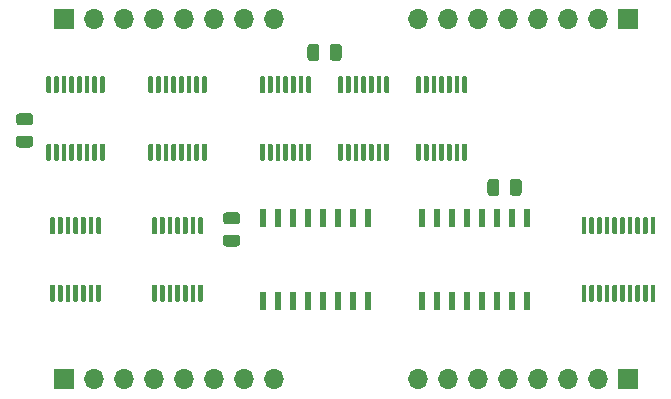
<source format=gbr>
%TF.GenerationSoftware,KiCad,Pcbnew,(5.1.10-1-10_14)*%
%TF.CreationDate,2021-12-18T11:30:40-05:00*%
%TF.ProjectId,Arithmetic,41726974-686d-4657-9469-632e6b696361,rev?*%
%TF.SameCoordinates,Original*%
%TF.FileFunction,Soldermask,Top*%
%TF.FilePolarity,Negative*%
%FSLAX46Y46*%
G04 Gerber Fmt 4.6, Leading zero omitted, Abs format (unit mm)*
G04 Created by KiCad (PCBNEW (5.1.10-1-10_14)) date 2021-12-18 11:30:40*
%MOMM*%
%LPD*%
G01*
G04 APERTURE LIST*
%ADD10R,1.700000X1.700000*%
%ADD11O,1.700000X1.700000*%
%ADD12R,0.600000X1.500000*%
G04 APERTURE END LIST*
%TO.C,U7*%
G36*
G01*
X153131000Y-65947000D02*
X152931000Y-65947000D01*
G75*
G02*
X152831000Y-65847000I0J100000D01*
G01*
X152831000Y-64572000D01*
G75*
G02*
X152931000Y-64472000I100000J0D01*
G01*
X153131000Y-64472000D01*
G75*
G02*
X153231000Y-64572000I0J-100000D01*
G01*
X153231000Y-65847000D01*
G75*
G02*
X153131000Y-65947000I-100000J0D01*
G01*
G37*
G36*
G01*
X153781000Y-65947000D02*
X153581000Y-65947000D01*
G75*
G02*
X153481000Y-65847000I0J100000D01*
G01*
X153481000Y-64572000D01*
G75*
G02*
X153581000Y-64472000I100000J0D01*
G01*
X153781000Y-64472000D01*
G75*
G02*
X153881000Y-64572000I0J-100000D01*
G01*
X153881000Y-65847000D01*
G75*
G02*
X153781000Y-65947000I-100000J0D01*
G01*
G37*
G36*
G01*
X154431000Y-65947000D02*
X154231000Y-65947000D01*
G75*
G02*
X154131000Y-65847000I0J100000D01*
G01*
X154131000Y-64572000D01*
G75*
G02*
X154231000Y-64472000I100000J0D01*
G01*
X154431000Y-64472000D01*
G75*
G02*
X154531000Y-64572000I0J-100000D01*
G01*
X154531000Y-65847000D01*
G75*
G02*
X154431000Y-65947000I-100000J0D01*
G01*
G37*
G36*
G01*
X155081000Y-65947000D02*
X154881000Y-65947000D01*
G75*
G02*
X154781000Y-65847000I0J100000D01*
G01*
X154781000Y-64572000D01*
G75*
G02*
X154881000Y-64472000I100000J0D01*
G01*
X155081000Y-64472000D01*
G75*
G02*
X155181000Y-64572000I0J-100000D01*
G01*
X155181000Y-65847000D01*
G75*
G02*
X155081000Y-65947000I-100000J0D01*
G01*
G37*
G36*
G01*
X155731000Y-65947000D02*
X155531000Y-65947000D01*
G75*
G02*
X155431000Y-65847000I0J100000D01*
G01*
X155431000Y-64572000D01*
G75*
G02*
X155531000Y-64472000I100000J0D01*
G01*
X155731000Y-64472000D01*
G75*
G02*
X155831000Y-64572000I0J-100000D01*
G01*
X155831000Y-65847000D01*
G75*
G02*
X155731000Y-65947000I-100000J0D01*
G01*
G37*
G36*
G01*
X156381000Y-65947000D02*
X156181000Y-65947000D01*
G75*
G02*
X156081000Y-65847000I0J100000D01*
G01*
X156081000Y-64572000D01*
G75*
G02*
X156181000Y-64472000I100000J0D01*
G01*
X156381000Y-64472000D01*
G75*
G02*
X156481000Y-64572000I0J-100000D01*
G01*
X156481000Y-65847000D01*
G75*
G02*
X156381000Y-65947000I-100000J0D01*
G01*
G37*
G36*
G01*
X157031000Y-65947000D02*
X156831000Y-65947000D01*
G75*
G02*
X156731000Y-65847000I0J100000D01*
G01*
X156731000Y-64572000D01*
G75*
G02*
X156831000Y-64472000I100000J0D01*
G01*
X157031000Y-64472000D01*
G75*
G02*
X157131000Y-64572000I0J-100000D01*
G01*
X157131000Y-65847000D01*
G75*
G02*
X157031000Y-65947000I-100000J0D01*
G01*
G37*
G36*
G01*
X157681000Y-65947000D02*
X157481000Y-65947000D01*
G75*
G02*
X157381000Y-65847000I0J100000D01*
G01*
X157381000Y-64572000D01*
G75*
G02*
X157481000Y-64472000I100000J0D01*
G01*
X157681000Y-64472000D01*
G75*
G02*
X157781000Y-64572000I0J-100000D01*
G01*
X157781000Y-65847000D01*
G75*
G02*
X157681000Y-65947000I-100000J0D01*
G01*
G37*
G36*
G01*
X158331000Y-65947000D02*
X158131000Y-65947000D01*
G75*
G02*
X158031000Y-65847000I0J100000D01*
G01*
X158031000Y-64572000D01*
G75*
G02*
X158131000Y-64472000I100000J0D01*
G01*
X158331000Y-64472000D01*
G75*
G02*
X158431000Y-64572000I0J-100000D01*
G01*
X158431000Y-65847000D01*
G75*
G02*
X158331000Y-65947000I-100000J0D01*
G01*
G37*
G36*
G01*
X158981000Y-65947000D02*
X158781000Y-65947000D01*
G75*
G02*
X158681000Y-65847000I0J100000D01*
G01*
X158681000Y-64572000D01*
G75*
G02*
X158781000Y-64472000I100000J0D01*
G01*
X158981000Y-64472000D01*
G75*
G02*
X159081000Y-64572000I0J-100000D01*
G01*
X159081000Y-65847000D01*
G75*
G02*
X158981000Y-65947000I-100000J0D01*
G01*
G37*
G36*
G01*
X158981000Y-71672000D02*
X158781000Y-71672000D01*
G75*
G02*
X158681000Y-71572000I0J100000D01*
G01*
X158681000Y-70297000D01*
G75*
G02*
X158781000Y-70197000I100000J0D01*
G01*
X158981000Y-70197000D01*
G75*
G02*
X159081000Y-70297000I0J-100000D01*
G01*
X159081000Y-71572000D01*
G75*
G02*
X158981000Y-71672000I-100000J0D01*
G01*
G37*
G36*
G01*
X158331000Y-71672000D02*
X158131000Y-71672000D01*
G75*
G02*
X158031000Y-71572000I0J100000D01*
G01*
X158031000Y-70297000D01*
G75*
G02*
X158131000Y-70197000I100000J0D01*
G01*
X158331000Y-70197000D01*
G75*
G02*
X158431000Y-70297000I0J-100000D01*
G01*
X158431000Y-71572000D01*
G75*
G02*
X158331000Y-71672000I-100000J0D01*
G01*
G37*
G36*
G01*
X157681000Y-71672000D02*
X157481000Y-71672000D01*
G75*
G02*
X157381000Y-71572000I0J100000D01*
G01*
X157381000Y-70297000D01*
G75*
G02*
X157481000Y-70197000I100000J0D01*
G01*
X157681000Y-70197000D01*
G75*
G02*
X157781000Y-70297000I0J-100000D01*
G01*
X157781000Y-71572000D01*
G75*
G02*
X157681000Y-71672000I-100000J0D01*
G01*
G37*
G36*
G01*
X157031000Y-71672000D02*
X156831000Y-71672000D01*
G75*
G02*
X156731000Y-71572000I0J100000D01*
G01*
X156731000Y-70297000D01*
G75*
G02*
X156831000Y-70197000I100000J0D01*
G01*
X157031000Y-70197000D01*
G75*
G02*
X157131000Y-70297000I0J-100000D01*
G01*
X157131000Y-71572000D01*
G75*
G02*
X157031000Y-71672000I-100000J0D01*
G01*
G37*
G36*
G01*
X156381000Y-71672000D02*
X156181000Y-71672000D01*
G75*
G02*
X156081000Y-71572000I0J100000D01*
G01*
X156081000Y-70297000D01*
G75*
G02*
X156181000Y-70197000I100000J0D01*
G01*
X156381000Y-70197000D01*
G75*
G02*
X156481000Y-70297000I0J-100000D01*
G01*
X156481000Y-71572000D01*
G75*
G02*
X156381000Y-71672000I-100000J0D01*
G01*
G37*
G36*
G01*
X155731000Y-71672000D02*
X155531000Y-71672000D01*
G75*
G02*
X155431000Y-71572000I0J100000D01*
G01*
X155431000Y-70297000D01*
G75*
G02*
X155531000Y-70197000I100000J0D01*
G01*
X155731000Y-70197000D01*
G75*
G02*
X155831000Y-70297000I0J-100000D01*
G01*
X155831000Y-71572000D01*
G75*
G02*
X155731000Y-71672000I-100000J0D01*
G01*
G37*
G36*
G01*
X155081000Y-71672000D02*
X154881000Y-71672000D01*
G75*
G02*
X154781000Y-71572000I0J100000D01*
G01*
X154781000Y-70297000D01*
G75*
G02*
X154881000Y-70197000I100000J0D01*
G01*
X155081000Y-70197000D01*
G75*
G02*
X155181000Y-70297000I0J-100000D01*
G01*
X155181000Y-71572000D01*
G75*
G02*
X155081000Y-71672000I-100000J0D01*
G01*
G37*
G36*
G01*
X154431000Y-71672000D02*
X154231000Y-71672000D01*
G75*
G02*
X154131000Y-71572000I0J100000D01*
G01*
X154131000Y-70297000D01*
G75*
G02*
X154231000Y-70197000I100000J0D01*
G01*
X154431000Y-70197000D01*
G75*
G02*
X154531000Y-70297000I0J-100000D01*
G01*
X154531000Y-71572000D01*
G75*
G02*
X154431000Y-71672000I-100000J0D01*
G01*
G37*
G36*
G01*
X153781000Y-71672000D02*
X153581000Y-71672000D01*
G75*
G02*
X153481000Y-71572000I0J100000D01*
G01*
X153481000Y-70297000D01*
G75*
G02*
X153581000Y-70197000I100000J0D01*
G01*
X153781000Y-70197000D01*
G75*
G02*
X153881000Y-70297000I0J-100000D01*
G01*
X153881000Y-71572000D01*
G75*
G02*
X153781000Y-71672000I-100000J0D01*
G01*
G37*
G36*
G01*
X153131000Y-71672000D02*
X152931000Y-71672000D01*
G75*
G02*
X152831000Y-71572000I0J100000D01*
G01*
X152831000Y-70297000D01*
G75*
G02*
X152931000Y-70197000I100000J0D01*
G01*
X153131000Y-70197000D01*
G75*
G02*
X153231000Y-70297000I0J-100000D01*
G01*
X153231000Y-71572000D01*
G75*
G02*
X153131000Y-71672000I-100000J0D01*
G01*
G37*
%TD*%
%TO.C,C4*%
G36*
G01*
X122715000Y-65982000D02*
X123665000Y-65982000D01*
G75*
G02*
X123915000Y-66232000I0J-250000D01*
G01*
X123915000Y-66732000D01*
G75*
G02*
X123665000Y-66982000I-250000J0D01*
G01*
X122715000Y-66982000D01*
G75*
G02*
X122465000Y-66732000I0J250000D01*
G01*
X122465000Y-66232000D01*
G75*
G02*
X122715000Y-65982000I250000J0D01*
G01*
G37*
G36*
G01*
X122715000Y-64082000D02*
X123665000Y-64082000D01*
G75*
G02*
X123915000Y-64332000I0J-250000D01*
G01*
X123915000Y-64832000D01*
G75*
G02*
X123665000Y-65082000I-250000J0D01*
G01*
X122715000Y-65082000D01*
G75*
G02*
X122465000Y-64832000I0J250000D01*
G01*
X122465000Y-64332000D01*
G75*
G02*
X122715000Y-64082000I250000J0D01*
G01*
G37*
%TD*%
%TO.C,C3*%
G36*
G01*
X105189000Y-57600000D02*
X106139000Y-57600000D01*
G75*
G02*
X106389000Y-57850000I0J-250000D01*
G01*
X106389000Y-58350000D01*
G75*
G02*
X106139000Y-58600000I-250000J0D01*
G01*
X105189000Y-58600000D01*
G75*
G02*
X104939000Y-58350000I0J250000D01*
G01*
X104939000Y-57850000D01*
G75*
G02*
X105189000Y-57600000I250000J0D01*
G01*
G37*
G36*
G01*
X105189000Y-55700000D02*
X106139000Y-55700000D01*
G75*
G02*
X106389000Y-55950000I0J-250000D01*
G01*
X106389000Y-56450000D01*
G75*
G02*
X106139000Y-56700000I-250000J0D01*
G01*
X105189000Y-56700000D01*
G75*
G02*
X104939000Y-56450000I0J250000D01*
G01*
X104939000Y-55950000D01*
G75*
G02*
X105189000Y-55700000I250000J0D01*
G01*
G37*
%TD*%
%TO.C,C2*%
G36*
G01*
X146754000Y-62451000D02*
X146754000Y-61501000D01*
G75*
G02*
X147004000Y-61251000I250000J0D01*
G01*
X147504000Y-61251000D01*
G75*
G02*
X147754000Y-61501000I0J-250000D01*
G01*
X147754000Y-62451000D01*
G75*
G02*
X147504000Y-62701000I-250000J0D01*
G01*
X147004000Y-62701000D01*
G75*
G02*
X146754000Y-62451000I0J250000D01*
G01*
G37*
G36*
G01*
X144854000Y-62451000D02*
X144854000Y-61501000D01*
G75*
G02*
X145104000Y-61251000I250000J0D01*
G01*
X145604000Y-61251000D01*
G75*
G02*
X145854000Y-61501000I0J-250000D01*
G01*
X145854000Y-62451000D01*
G75*
G02*
X145604000Y-62701000I-250000J0D01*
G01*
X145104000Y-62701000D01*
G75*
G02*
X144854000Y-62451000I0J250000D01*
G01*
G37*
%TD*%
%TO.C,C1*%
G36*
G01*
X131514000Y-51021000D02*
X131514000Y-50071000D01*
G75*
G02*
X131764000Y-49821000I250000J0D01*
G01*
X132264000Y-49821000D01*
G75*
G02*
X132514000Y-50071000I0J-250000D01*
G01*
X132514000Y-51021000D01*
G75*
G02*
X132264000Y-51271000I-250000J0D01*
G01*
X131764000Y-51271000D01*
G75*
G02*
X131514000Y-51021000I0J250000D01*
G01*
G37*
G36*
G01*
X129614000Y-51021000D02*
X129614000Y-50071000D01*
G75*
G02*
X129864000Y-49821000I250000J0D01*
G01*
X130364000Y-49821000D01*
G75*
G02*
X130614000Y-50071000I0J-250000D01*
G01*
X130614000Y-51021000D01*
G75*
G02*
X130364000Y-51271000I-250000J0D01*
G01*
X129864000Y-51271000D01*
G75*
G02*
X129614000Y-51021000I0J250000D01*
G01*
G37*
%TD*%
D10*
%TO.C,J4*%
X156718000Y-78232000D03*
D11*
X154178000Y-78232000D03*
X151638000Y-78232000D03*
X149098000Y-78232000D03*
X146558000Y-78232000D03*
X144018000Y-78232000D03*
X141478000Y-78232000D03*
X138938000Y-78232000D03*
%TD*%
%TO.C,J3*%
X138938000Y-47752000D03*
X141478000Y-47752000D03*
X144018000Y-47752000D03*
X146558000Y-47752000D03*
X149098000Y-47752000D03*
X151638000Y-47752000D03*
X154178000Y-47752000D03*
D10*
X156718000Y-47752000D03*
%TD*%
D11*
%TO.C,J2*%
X126746000Y-47752000D03*
X124206000Y-47752000D03*
X121666000Y-47752000D03*
X119126000Y-47752000D03*
X116586000Y-47752000D03*
X114046000Y-47752000D03*
X111506000Y-47752000D03*
D10*
X108966000Y-47752000D03*
%TD*%
D11*
%TO.C,J1*%
X126746000Y-78232000D03*
X124206000Y-78232000D03*
X121666000Y-78232000D03*
X119126000Y-78232000D03*
X116586000Y-78232000D03*
X114046000Y-78232000D03*
X111506000Y-78232000D03*
D10*
X108966000Y-78232000D03*
%TD*%
%TO.C,U34*%
G36*
G01*
X139120000Y-54009000D02*
X138920000Y-54009000D01*
G75*
G02*
X138820000Y-53909000I0J100000D01*
G01*
X138820000Y-52634000D01*
G75*
G02*
X138920000Y-52534000I100000J0D01*
G01*
X139120000Y-52534000D01*
G75*
G02*
X139220000Y-52634000I0J-100000D01*
G01*
X139220000Y-53909000D01*
G75*
G02*
X139120000Y-54009000I-100000J0D01*
G01*
G37*
G36*
G01*
X139770000Y-54009000D02*
X139570000Y-54009000D01*
G75*
G02*
X139470000Y-53909000I0J100000D01*
G01*
X139470000Y-52634000D01*
G75*
G02*
X139570000Y-52534000I100000J0D01*
G01*
X139770000Y-52534000D01*
G75*
G02*
X139870000Y-52634000I0J-100000D01*
G01*
X139870000Y-53909000D01*
G75*
G02*
X139770000Y-54009000I-100000J0D01*
G01*
G37*
G36*
G01*
X140420000Y-54009000D02*
X140220000Y-54009000D01*
G75*
G02*
X140120000Y-53909000I0J100000D01*
G01*
X140120000Y-52634000D01*
G75*
G02*
X140220000Y-52534000I100000J0D01*
G01*
X140420000Y-52534000D01*
G75*
G02*
X140520000Y-52634000I0J-100000D01*
G01*
X140520000Y-53909000D01*
G75*
G02*
X140420000Y-54009000I-100000J0D01*
G01*
G37*
G36*
G01*
X141070000Y-54009000D02*
X140870000Y-54009000D01*
G75*
G02*
X140770000Y-53909000I0J100000D01*
G01*
X140770000Y-52634000D01*
G75*
G02*
X140870000Y-52534000I100000J0D01*
G01*
X141070000Y-52534000D01*
G75*
G02*
X141170000Y-52634000I0J-100000D01*
G01*
X141170000Y-53909000D01*
G75*
G02*
X141070000Y-54009000I-100000J0D01*
G01*
G37*
G36*
G01*
X141720000Y-54009000D02*
X141520000Y-54009000D01*
G75*
G02*
X141420000Y-53909000I0J100000D01*
G01*
X141420000Y-52634000D01*
G75*
G02*
X141520000Y-52534000I100000J0D01*
G01*
X141720000Y-52534000D01*
G75*
G02*
X141820000Y-52634000I0J-100000D01*
G01*
X141820000Y-53909000D01*
G75*
G02*
X141720000Y-54009000I-100000J0D01*
G01*
G37*
G36*
G01*
X142370000Y-54009000D02*
X142170000Y-54009000D01*
G75*
G02*
X142070000Y-53909000I0J100000D01*
G01*
X142070000Y-52634000D01*
G75*
G02*
X142170000Y-52534000I100000J0D01*
G01*
X142370000Y-52534000D01*
G75*
G02*
X142470000Y-52634000I0J-100000D01*
G01*
X142470000Y-53909000D01*
G75*
G02*
X142370000Y-54009000I-100000J0D01*
G01*
G37*
G36*
G01*
X143020000Y-54009000D02*
X142820000Y-54009000D01*
G75*
G02*
X142720000Y-53909000I0J100000D01*
G01*
X142720000Y-52634000D01*
G75*
G02*
X142820000Y-52534000I100000J0D01*
G01*
X143020000Y-52534000D01*
G75*
G02*
X143120000Y-52634000I0J-100000D01*
G01*
X143120000Y-53909000D01*
G75*
G02*
X143020000Y-54009000I-100000J0D01*
G01*
G37*
G36*
G01*
X143020000Y-59734000D02*
X142820000Y-59734000D01*
G75*
G02*
X142720000Y-59634000I0J100000D01*
G01*
X142720000Y-58359000D01*
G75*
G02*
X142820000Y-58259000I100000J0D01*
G01*
X143020000Y-58259000D01*
G75*
G02*
X143120000Y-58359000I0J-100000D01*
G01*
X143120000Y-59634000D01*
G75*
G02*
X143020000Y-59734000I-100000J0D01*
G01*
G37*
G36*
G01*
X142370000Y-59734000D02*
X142170000Y-59734000D01*
G75*
G02*
X142070000Y-59634000I0J100000D01*
G01*
X142070000Y-58359000D01*
G75*
G02*
X142170000Y-58259000I100000J0D01*
G01*
X142370000Y-58259000D01*
G75*
G02*
X142470000Y-58359000I0J-100000D01*
G01*
X142470000Y-59634000D01*
G75*
G02*
X142370000Y-59734000I-100000J0D01*
G01*
G37*
G36*
G01*
X141720000Y-59734000D02*
X141520000Y-59734000D01*
G75*
G02*
X141420000Y-59634000I0J100000D01*
G01*
X141420000Y-58359000D01*
G75*
G02*
X141520000Y-58259000I100000J0D01*
G01*
X141720000Y-58259000D01*
G75*
G02*
X141820000Y-58359000I0J-100000D01*
G01*
X141820000Y-59634000D01*
G75*
G02*
X141720000Y-59734000I-100000J0D01*
G01*
G37*
G36*
G01*
X141070000Y-59734000D02*
X140870000Y-59734000D01*
G75*
G02*
X140770000Y-59634000I0J100000D01*
G01*
X140770000Y-58359000D01*
G75*
G02*
X140870000Y-58259000I100000J0D01*
G01*
X141070000Y-58259000D01*
G75*
G02*
X141170000Y-58359000I0J-100000D01*
G01*
X141170000Y-59634000D01*
G75*
G02*
X141070000Y-59734000I-100000J0D01*
G01*
G37*
G36*
G01*
X140420000Y-59734000D02*
X140220000Y-59734000D01*
G75*
G02*
X140120000Y-59634000I0J100000D01*
G01*
X140120000Y-58359000D01*
G75*
G02*
X140220000Y-58259000I100000J0D01*
G01*
X140420000Y-58259000D01*
G75*
G02*
X140520000Y-58359000I0J-100000D01*
G01*
X140520000Y-59634000D01*
G75*
G02*
X140420000Y-59734000I-100000J0D01*
G01*
G37*
G36*
G01*
X139770000Y-59734000D02*
X139570000Y-59734000D01*
G75*
G02*
X139470000Y-59634000I0J100000D01*
G01*
X139470000Y-58359000D01*
G75*
G02*
X139570000Y-58259000I100000J0D01*
G01*
X139770000Y-58259000D01*
G75*
G02*
X139870000Y-58359000I0J-100000D01*
G01*
X139870000Y-59634000D01*
G75*
G02*
X139770000Y-59734000I-100000J0D01*
G01*
G37*
G36*
G01*
X139120000Y-59734000D02*
X138920000Y-59734000D01*
G75*
G02*
X138820000Y-59634000I0J100000D01*
G01*
X138820000Y-58359000D01*
G75*
G02*
X138920000Y-58259000I100000J0D01*
G01*
X139120000Y-58259000D01*
G75*
G02*
X139220000Y-58359000I0J-100000D01*
G01*
X139220000Y-59634000D01*
G75*
G02*
X139120000Y-59734000I-100000J0D01*
G01*
G37*
%TD*%
%TO.C,U33*%
G36*
G01*
X132516000Y-54009000D02*
X132316000Y-54009000D01*
G75*
G02*
X132216000Y-53909000I0J100000D01*
G01*
X132216000Y-52634000D01*
G75*
G02*
X132316000Y-52534000I100000J0D01*
G01*
X132516000Y-52534000D01*
G75*
G02*
X132616000Y-52634000I0J-100000D01*
G01*
X132616000Y-53909000D01*
G75*
G02*
X132516000Y-54009000I-100000J0D01*
G01*
G37*
G36*
G01*
X133166000Y-54009000D02*
X132966000Y-54009000D01*
G75*
G02*
X132866000Y-53909000I0J100000D01*
G01*
X132866000Y-52634000D01*
G75*
G02*
X132966000Y-52534000I100000J0D01*
G01*
X133166000Y-52534000D01*
G75*
G02*
X133266000Y-52634000I0J-100000D01*
G01*
X133266000Y-53909000D01*
G75*
G02*
X133166000Y-54009000I-100000J0D01*
G01*
G37*
G36*
G01*
X133816000Y-54009000D02*
X133616000Y-54009000D01*
G75*
G02*
X133516000Y-53909000I0J100000D01*
G01*
X133516000Y-52634000D01*
G75*
G02*
X133616000Y-52534000I100000J0D01*
G01*
X133816000Y-52534000D01*
G75*
G02*
X133916000Y-52634000I0J-100000D01*
G01*
X133916000Y-53909000D01*
G75*
G02*
X133816000Y-54009000I-100000J0D01*
G01*
G37*
G36*
G01*
X134466000Y-54009000D02*
X134266000Y-54009000D01*
G75*
G02*
X134166000Y-53909000I0J100000D01*
G01*
X134166000Y-52634000D01*
G75*
G02*
X134266000Y-52534000I100000J0D01*
G01*
X134466000Y-52534000D01*
G75*
G02*
X134566000Y-52634000I0J-100000D01*
G01*
X134566000Y-53909000D01*
G75*
G02*
X134466000Y-54009000I-100000J0D01*
G01*
G37*
G36*
G01*
X135116000Y-54009000D02*
X134916000Y-54009000D01*
G75*
G02*
X134816000Y-53909000I0J100000D01*
G01*
X134816000Y-52634000D01*
G75*
G02*
X134916000Y-52534000I100000J0D01*
G01*
X135116000Y-52534000D01*
G75*
G02*
X135216000Y-52634000I0J-100000D01*
G01*
X135216000Y-53909000D01*
G75*
G02*
X135116000Y-54009000I-100000J0D01*
G01*
G37*
G36*
G01*
X135766000Y-54009000D02*
X135566000Y-54009000D01*
G75*
G02*
X135466000Y-53909000I0J100000D01*
G01*
X135466000Y-52634000D01*
G75*
G02*
X135566000Y-52534000I100000J0D01*
G01*
X135766000Y-52534000D01*
G75*
G02*
X135866000Y-52634000I0J-100000D01*
G01*
X135866000Y-53909000D01*
G75*
G02*
X135766000Y-54009000I-100000J0D01*
G01*
G37*
G36*
G01*
X136416000Y-54009000D02*
X136216000Y-54009000D01*
G75*
G02*
X136116000Y-53909000I0J100000D01*
G01*
X136116000Y-52634000D01*
G75*
G02*
X136216000Y-52534000I100000J0D01*
G01*
X136416000Y-52534000D01*
G75*
G02*
X136516000Y-52634000I0J-100000D01*
G01*
X136516000Y-53909000D01*
G75*
G02*
X136416000Y-54009000I-100000J0D01*
G01*
G37*
G36*
G01*
X136416000Y-59734000D02*
X136216000Y-59734000D01*
G75*
G02*
X136116000Y-59634000I0J100000D01*
G01*
X136116000Y-58359000D01*
G75*
G02*
X136216000Y-58259000I100000J0D01*
G01*
X136416000Y-58259000D01*
G75*
G02*
X136516000Y-58359000I0J-100000D01*
G01*
X136516000Y-59634000D01*
G75*
G02*
X136416000Y-59734000I-100000J0D01*
G01*
G37*
G36*
G01*
X135766000Y-59734000D02*
X135566000Y-59734000D01*
G75*
G02*
X135466000Y-59634000I0J100000D01*
G01*
X135466000Y-58359000D01*
G75*
G02*
X135566000Y-58259000I100000J0D01*
G01*
X135766000Y-58259000D01*
G75*
G02*
X135866000Y-58359000I0J-100000D01*
G01*
X135866000Y-59634000D01*
G75*
G02*
X135766000Y-59734000I-100000J0D01*
G01*
G37*
G36*
G01*
X135116000Y-59734000D02*
X134916000Y-59734000D01*
G75*
G02*
X134816000Y-59634000I0J100000D01*
G01*
X134816000Y-58359000D01*
G75*
G02*
X134916000Y-58259000I100000J0D01*
G01*
X135116000Y-58259000D01*
G75*
G02*
X135216000Y-58359000I0J-100000D01*
G01*
X135216000Y-59634000D01*
G75*
G02*
X135116000Y-59734000I-100000J0D01*
G01*
G37*
G36*
G01*
X134466000Y-59734000D02*
X134266000Y-59734000D01*
G75*
G02*
X134166000Y-59634000I0J100000D01*
G01*
X134166000Y-58359000D01*
G75*
G02*
X134266000Y-58259000I100000J0D01*
G01*
X134466000Y-58259000D01*
G75*
G02*
X134566000Y-58359000I0J-100000D01*
G01*
X134566000Y-59634000D01*
G75*
G02*
X134466000Y-59734000I-100000J0D01*
G01*
G37*
G36*
G01*
X133816000Y-59734000D02*
X133616000Y-59734000D01*
G75*
G02*
X133516000Y-59634000I0J100000D01*
G01*
X133516000Y-58359000D01*
G75*
G02*
X133616000Y-58259000I100000J0D01*
G01*
X133816000Y-58259000D01*
G75*
G02*
X133916000Y-58359000I0J-100000D01*
G01*
X133916000Y-59634000D01*
G75*
G02*
X133816000Y-59734000I-100000J0D01*
G01*
G37*
G36*
G01*
X133166000Y-59734000D02*
X132966000Y-59734000D01*
G75*
G02*
X132866000Y-59634000I0J100000D01*
G01*
X132866000Y-58359000D01*
G75*
G02*
X132966000Y-58259000I100000J0D01*
G01*
X133166000Y-58259000D01*
G75*
G02*
X133266000Y-58359000I0J-100000D01*
G01*
X133266000Y-59634000D01*
G75*
G02*
X133166000Y-59734000I-100000J0D01*
G01*
G37*
G36*
G01*
X132516000Y-59734000D02*
X132316000Y-59734000D01*
G75*
G02*
X132216000Y-59634000I0J100000D01*
G01*
X132216000Y-58359000D01*
G75*
G02*
X132316000Y-58259000I100000J0D01*
G01*
X132516000Y-58259000D01*
G75*
G02*
X132616000Y-58359000I0J-100000D01*
G01*
X132616000Y-59634000D01*
G75*
G02*
X132516000Y-59734000I-100000J0D01*
G01*
G37*
%TD*%
%TO.C,U32*%
G36*
G01*
X125912000Y-54009000D02*
X125712000Y-54009000D01*
G75*
G02*
X125612000Y-53909000I0J100000D01*
G01*
X125612000Y-52634000D01*
G75*
G02*
X125712000Y-52534000I100000J0D01*
G01*
X125912000Y-52534000D01*
G75*
G02*
X126012000Y-52634000I0J-100000D01*
G01*
X126012000Y-53909000D01*
G75*
G02*
X125912000Y-54009000I-100000J0D01*
G01*
G37*
G36*
G01*
X126562000Y-54009000D02*
X126362000Y-54009000D01*
G75*
G02*
X126262000Y-53909000I0J100000D01*
G01*
X126262000Y-52634000D01*
G75*
G02*
X126362000Y-52534000I100000J0D01*
G01*
X126562000Y-52534000D01*
G75*
G02*
X126662000Y-52634000I0J-100000D01*
G01*
X126662000Y-53909000D01*
G75*
G02*
X126562000Y-54009000I-100000J0D01*
G01*
G37*
G36*
G01*
X127212000Y-54009000D02*
X127012000Y-54009000D01*
G75*
G02*
X126912000Y-53909000I0J100000D01*
G01*
X126912000Y-52634000D01*
G75*
G02*
X127012000Y-52534000I100000J0D01*
G01*
X127212000Y-52534000D01*
G75*
G02*
X127312000Y-52634000I0J-100000D01*
G01*
X127312000Y-53909000D01*
G75*
G02*
X127212000Y-54009000I-100000J0D01*
G01*
G37*
G36*
G01*
X127862000Y-54009000D02*
X127662000Y-54009000D01*
G75*
G02*
X127562000Y-53909000I0J100000D01*
G01*
X127562000Y-52634000D01*
G75*
G02*
X127662000Y-52534000I100000J0D01*
G01*
X127862000Y-52534000D01*
G75*
G02*
X127962000Y-52634000I0J-100000D01*
G01*
X127962000Y-53909000D01*
G75*
G02*
X127862000Y-54009000I-100000J0D01*
G01*
G37*
G36*
G01*
X128512000Y-54009000D02*
X128312000Y-54009000D01*
G75*
G02*
X128212000Y-53909000I0J100000D01*
G01*
X128212000Y-52634000D01*
G75*
G02*
X128312000Y-52534000I100000J0D01*
G01*
X128512000Y-52534000D01*
G75*
G02*
X128612000Y-52634000I0J-100000D01*
G01*
X128612000Y-53909000D01*
G75*
G02*
X128512000Y-54009000I-100000J0D01*
G01*
G37*
G36*
G01*
X129162000Y-54009000D02*
X128962000Y-54009000D01*
G75*
G02*
X128862000Y-53909000I0J100000D01*
G01*
X128862000Y-52634000D01*
G75*
G02*
X128962000Y-52534000I100000J0D01*
G01*
X129162000Y-52534000D01*
G75*
G02*
X129262000Y-52634000I0J-100000D01*
G01*
X129262000Y-53909000D01*
G75*
G02*
X129162000Y-54009000I-100000J0D01*
G01*
G37*
G36*
G01*
X129812000Y-54009000D02*
X129612000Y-54009000D01*
G75*
G02*
X129512000Y-53909000I0J100000D01*
G01*
X129512000Y-52634000D01*
G75*
G02*
X129612000Y-52534000I100000J0D01*
G01*
X129812000Y-52534000D01*
G75*
G02*
X129912000Y-52634000I0J-100000D01*
G01*
X129912000Y-53909000D01*
G75*
G02*
X129812000Y-54009000I-100000J0D01*
G01*
G37*
G36*
G01*
X129812000Y-59734000D02*
X129612000Y-59734000D01*
G75*
G02*
X129512000Y-59634000I0J100000D01*
G01*
X129512000Y-58359000D01*
G75*
G02*
X129612000Y-58259000I100000J0D01*
G01*
X129812000Y-58259000D01*
G75*
G02*
X129912000Y-58359000I0J-100000D01*
G01*
X129912000Y-59634000D01*
G75*
G02*
X129812000Y-59734000I-100000J0D01*
G01*
G37*
G36*
G01*
X129162000Y-59734000D02*
X128962000Y-59734000D01*
G75*
G02*
X128862000Y-59634000I0J100000D01*
G01*
X128862000Y-58359000D01*
G75*
G02*
X128962000Y-58259000I100000J0D01*
G01*
X129162000Y-58259000D01*
G75*
G02*
X129262000Y-58359000I0J-100000D01*
G01*
X129262000Y-59634000D01*
G75*
G02*
X129162000Y-59734000I-100000J0D01*
G01*
G37*
G36*
G01*
X128512000Y-59734000D02*
X128312000Y-59734000D01*
G75*
G02*
X128212000Y-59634000I0J100000D01*
G01*
X128212000Y-58359000D01*
G75*
G02*
X128312000Y-58259000I100000J0D01*
G01*
X128512000Y-58259000D01*
G75*
G02*
X128612000Y-58359000I0J-100000D01*
G01*
X128612000Y-59634000D01*
G75*
G02*
X128512000Y-59734000I-100000J0D01*
G01*
G37*
G36*
G01*
X127862000Y-59734000D02*
X127662000Y-59734000D01*
G75*
G02*
X127562000Y-59634000I0J100000D01*
G01*
X127562000Y-58359000D01*
G75*
G02*
X127662000Y-58259000I100000J0D01*
G01*
X127862000Y-58259000D01*
G75*
G02*
X127962000Y-58359000I0J-100000D01*
G01*
X127962000Y-59634000D01*
G75*
G02*
X127862000Y-59734000I-100000J0D01*
G01*
G37*
G36*
G01*
X127212000Y-59734000D02*
X127012000Y-59734000D01*
G75*
G02*
X126912000Y-59634000I0J100000D01*
G01*
X126912000Y-58359000D01*
G75*
G02*
X127012000Y-58259000I100000J0D01*
G01*
X127212000Y-58259000D01*
G75*
G02*
X127312000Y-58359000I0J-100000D01*
G01*
X127312000Y-59634000D01*
G75*
G02*
X127212000Y-59734000I-100000J0D01*
G01*
G37*
G36*
G01*
X126562000Y-59734000D02*
X126362000Y-59734000D01*
G75*
G02*
X126262000Y-59634000I0J100000D01*
G01*
X126262000Y-58359000D01*
G75*
G02*
X126362000Y-58259000I100000J0D01*
G01*
X126562000Y-58259000D01*
G75*
G02*
X126662000Y-58359000I0J-100000D01*
G01*
X126662000Y-59634000D01*
G75*
G02*
X126562000Y-59734000I-100000J0D01*
G01*
G37*
G36*
G01*
X125912000Y-59734000D02*
X125712000Y-59734000D01*
G75*
G02*
X125612000Y-59634000I0J100000D01*
G01*
X125612000Y-58359000D01*
G75*
G02*
X125712000Y-58259000I100000J0D01*
G01*
X125912000Y-58259000D01*
G75*
G02*
X126012000Y-58359000I0J-100000D01*
G01*
X126012000Y-59634000D01*
G75*
G02*
X125912000Y-59734000I-100000J0D01*
G01*
G37*
%TD*%
D12*
%TO.C,U6*%
X139319000Y-64522000D03*
X140589000Y-64522000D03*
X141859000Y-64522000D03*
X143129000Y-64522000D03*
X144399000Y-64522000D03*
X145669000Y-64522000D03*
X146939000Y-64522000D03*
X148209000Y-64522000D03*
X148209000Y-71622000D03*
X146939000Y-71622000D03*
X145669000Y-71622000D03*
X144399000Y-71622000D03*
X143129000Y-71622000D03*
X141859000Y-71622000D03*
X140589000Y-71622000D03*
X139319000Y-71622000D03*
%TD*%
%TO.C,U5*%
X125857000Y-64522000D03*
X127127000Y-64522000D03*
X128397000Y-64522000D03*
X129667000Y-64522000D03*
X130937000Y-64522000D03*
X132207000Y-64522000D03*
X133477000Y-64522000D03*
X134747000Y-64522000D03*
X134747000Y-71622000D03*
X133477000Y-71622000D03*
X132207000Y-71622000D03*
X130937000Y-71622000D03*
X129667000Y-71622000D03*
X128397000Y-71622000D03*
X127127000Y-71622000D03*
X125857000Y-71622000D03*
%TD*%
%TO.C,U4*%
G36*
G01*
X116768000Y-65947000D02*
X116568000Y-65947000D01*
G75*
G02*
X116468000Y-65847000I0J100000D01*
G01*
X116468000Y-64572000D01*
G75*
G02*
X116568000Y-64472000I100000J0D01*
G01*
X116768000Y-64472000D01*
G75*
G02*
X116868000Y-64572000I0J-100000D01*
G01*
X116868000Y-65847000D01*
G75*
G02*
X116768000Y-65947000I-100000J0D01*
G01*
G37*
G36*
G01*
X117418000Y-65947000D02*
X117218000Y-65947000D01*
G75*
G02*
X117118000Y-65847000I0J100000D01*
G01*
X117118000Y-64572000D01*
G75*
G02*
X117218000Y-64472000I100000J0D01*
G01*
X117418000Y-64472000D01*
G75*
G02*
X117518000Y-64572000I0J-100000D01*
G01*
X117518000Y-65847000D01*
G75*
G02*
X117418000Y-65947000I-100000J0D01*
G01*
G37*
G36*
G01*
X118068000Y-65947000D02*
X117868000Y-65947000D01*
G75*
G02*
X117768000Y-65847000I0J100000D01*
G01*
X117768000Y-64572000D01*
G75*
G02*
X117868000Y-64472000I100000J0D01*
G01*
X118068000Y-64472000D01*
G75*
G02*
X118168000Y-64572000I0J-100000D01*
G01*
X118168000Y-65847000D01*
G75*
G02*
X118068000Y-65947000I-100000J0D01*
G01*
G37*
G36*
G01*
X118718000Y-65947000D02*
X118518000Y-65947000D01*
G75*
G02*
X118418000Y-65847000I0J100000D01*
G01*
X118418000Y-64572000D01*
G75*
G02*
X118518000Y-64472000I100000J0D01*
G01*
X118718000Y-64472000D01*
G75*
G02*
X118818000Y-64572000I0J-100000D01*
G01*
X118818000Y-65847000D01*
G75*
G02*
X118718000Y-65947000I-100000J0D01*
G01*
G37*
G36*
G01*
X119368000Y-65947000D02*
X119168000Y-65947000D01*
G75*
G02*
X119068000Y-65847000I0J100000D01*
G01*
X119068000Y-64572000D01*
G75*
G02*
X119168000Y-64472000I100000J0D01*
G01*
X119368000Y-64472000D01*
G75*
G02*
X119468000Y-64572000I0J-100000D01*
G01*
X119468000Y-65847000D01*
G75*
G02*
X119368000Y-65947000I-100000J0D01*
G01*
G37*
G36*
G01*
X120018000Y-65947000D02*
X119818000Y-65947000D01*
G75*
G02*
X119718000Y-65847000I0J100000D01*
G01*
X119718000Y-64572000D01*
G75*
G02*
X119818000Y-64472000I100000J0D01*
G01*
X120018000Y-64472000D01*
G75*
G02*
X120118000Y-64572000I0J-100000D01*
G01*
X120118000Y-65847000D01*
G75*
G02*
X120018000Y-65947000I-100000J0D01*
G01*
G37*
G36*
G01*
X120668000Y-65947000D02*
X120468000Y-65947000D01*
G75*
G02*
X120368000Y-65847000I0J100000D01*
G01*
X120368000Y-64572000D01*
G75*
G02*
X120468000Y-64472000I100000J0D01*
G01*
X120668000Y-64472000D01*
G75*
G02*
X120768000Y-64572000I0J-100000D01*
G01*
X120768000Y-65847000D01*
G75*
G02*
X120668000Y-65947000I-100000J0D01*
G01*
G37*
G36*
G01*
X120668000Y-71672000D02*
X120468000Y-71672000D01*
G75*
G02*
X120368000Y-71572000I0J100000D01*
G01*
X120368000Y-70297000D01*
G75*
G02*
X120468000Y-70197000I100000J0D01*
G01*
X120668000Y-70197000D01*
G75*
G02*
X120768000Y-70297000I0J-100000D01*
G01*
X120768000Y-71572000D01*
G75*
G02*
X120668000Y-71672000I-100000J0D01*
G01*
G37*
G36*
G01*
X120018000Y-71672000D02*
X119818000Y-71672000D01*
G75*
G02*
X119718000Y-71572000I0J100000D01*
G01*
X119718000Y-70297000D01*
G75*
G02*
X119818000Y-70197000I100000J0D01*
G01*
X120018000Y-70197000D01*
G75*
G02*
X120118000Y-70297000I0J-100000D01*
G01*
X120118000Y-71572000D01*
G75*
G02*
X120018000Y-71672000I-100000J0D01*
G01*
G37*
G36*
G01*
X119368000Y-71672000D02*
X119168000Y-71672000D01*
G75*
G02*
X119068000Y-71572000I0J100000D01*
G01*
X119068000Y-70297000D01*
G75*
G02*
X119168000Y-70197000I100000J0D01*
G01*
X119368000Y-70197000D01*
G75*
G02*
X119468000Y-70297000I0J-100000D01*
G01*
X119468000Y-71572000D01*
G75*
G02*
X119368000Y-71672000I-100000J0D01*
G01*
G37*
G36*
G01*
X118718000Y-71672000D02*
X118518000Y-71672000D01*
G75*
G02*
X118418000Y-71572000I0J100000D01*
G01*
X118418000Y-70297000D01*
G75*
G02*
X118518000Y-70197000I100000J0D01*
G01*
X118718000Y-70197000D01*
G75*
G02*
X118818000Y-70297000I0J-100000D01*
G01*
X118818000Y-71572000D01*
G75*
G02*
X118718000Y-71672000I-100000J0D01*
G01*
G37*
G36*
G01*
X118068000Y-71672000D02*
X117868000Y-71672000D01*
G75*
G02*
X117768000Y-71572000I0J100000D01*
G01*
X117768000Y-70297000D01*
G75*
G02*
X117868000Y-70197000I100000J0D01*
G01*
X118068000Y-70197000D01*
G75*
G02*
X118168000Y-70297000I0J-100000D01*
G01*
X118168000Y-71572000D01*
G75*
G02*
X118068000Y-71672000I-100000J0D01*
G01*
G37*
G36*
G01*
X117418000Y-71672000D02*
X117218000Y-71672000D01*
G75*
G02*
X117118000Y-71572000I0J100000D01*
G01*
X117118000Y-70297000D01*
G75*
G02*
X117218000Y-70197000I100000J0D01*
G01*
X117418000Y-70197000D01*
G75*
G02*
X117518000Y-70297000I0J-100000D01*
G01*
X117518000Y-71572000D01*
G75*
G02*
X117418000Y-71672000I-100000J0D01*
G01*
G37*
G36*
G01*
X116768000Y-71672000D02*
X116568000Y-71672000D01*
G75*
G02*
X116468000Y-71572000I0J100000D01*
G01*
X116468000Y-70297000D01*
G75*
G02*
X116568000Y-70197000I100000J0D01*
G01*
X116768000Y-70197000D01*
G75*
G02*
X116868000Y-70297000I0J-100000D01*
G01*
X116868000Y-71572000D01*
G75*
G02*
X116768000Y-71672000I-100000J0D01*
G01*
G37*
%TD*%
%TO.C,U3*%
G36*
G01*
X108132000Y-65947000D02*
X107932000Y-65947000D01*
G75*
G02*
X107832000Y-65847000I0J100000D01*
G01*
X107832000Y-64572000D01*
G75*
G02*
X107932000Y-64472000I100000J0D01*
G01*
X108132000Y-64472000D01*
G75*
G02*
X108232000Y-64572000I0J-100000D01*
G01*
X108232000Y-65847000D01*
G75*
G02*
X108132000Y-65947000I-100000J0D01*
G01*
G37*
G36*
G01*
X108782000Y-65947000D02*
X108582000Y-65947000D01*
G75*
G02*
X108482000Y-65847000I0J100000D01*
G01*
X108482000Y-64572000D01*
G75*
G02*
X108582000Y-64472000I100000J0D01*
G01*
X108782000Y-64472000D01*
G75*
G02*
X108882000Y-64572000I0J-100000D01*
G01*
X108882000Y-65847000D01*
G75*
G02*
X108782000Y-65947000I-100000J0D01*
G01*
G37*
G36*
G01*
X109432000Y-65947000D02*
X109232000Y-65947000D01*
G75*
G02*
X109132000Y-65847000I0J100000D01*
G01*
X109132000Y-64572000D01*
G75*
G02*
X109232000Y-64472000I100000J0D01*
G01*
X109432000Y-64472000D01*
G75*
G02*
X109532000Y-64572000I0J-100000D01*
G01*
X109532000Y-65847000D01*
G75*
G02*
X109432000Y-65947000I-100000J0D01*
G01*
G37*
G36*
G01*
X110082000Y-65947000D02*
X109882000Y-65947000D01*
G75*
G02*
X109782000Y-65847000I0J100000D01*
G01*
X109782000Y-64572000D01*
G75*
G02*
X109882000Y-64472000I100000J0D01*
G01*
X110082000Y-64472000D01*
G75*
G02*
X110182000Y-64572000I0J-100000D01*
G01*
X110182000Y-65847000D01*
G75*
G02*
X110082000Y-65947000I-100000J0D01*
G01*
G37*
G36*
G01*
X110732000Y-65947000D02*
X110532000Y-65947000D01*
G75*
G02*
X110432000Y-65847000I0J100000D01*
G01*
X110432000Y-64572000D01*
G75*
G02*
X110532000Y-64472000I100000J0D01*
G01*
X110732000Y-64472000D01*
G75*
G02*
X110832000Y-64572000I0J-100000D01*
G01*
X110832000Y-65847000D01*
G75*
G02*
X110732000Y-65947000I-100000J0D01*
G01*
G37*
G36*
G01*
X111382000Y-65947000D02*
X111182000Y-65947000D01*
G75*
G02*
X111082000Y-65847000I0J100000D01*
G01*
X111082000Y-64572000D01*
G75*
G02*
X111182000Y-64472000I100000J0D01*
G01*
X111382000Y-64472000D01*
G75*
G02*
X111482000Y-64572000I0J-100000D01*
G01*
X111482000Y-65847000D01*
G75*
G02*
X111382000Y-65947000I-100000J0D01*
G01*
G37*
G36*
G01*
X112032000Y-65947000D02*
X111832000Y-65947000D01*
G75*
G02*
X111732000Y-65847000I0J100000D01*
G01*
X111732000Y-64572000D01*
G75*
G02*
X111832000Y-64472000I100000J0D01*
G01*
X112032000Y-64472000D01*
G75*
G02*
X112132000Y-64572000I0J-100000D01*
G01*
X112132000Y-65847000D01*
G75*
G02*
X112032000Y-65947000I-100000J0D01*
G01*
G37*
G36*
G01*
X112032000Y-71672000D02*
X111832000Y-71672000D01*
G75*
G02*
X111732000Y-71572000I0J100000D01*
G01*
X111732000Y-70297000D01*
G75*
G02*
X111832000Y-70197000I100000J0D01*
G01*
X112032000Y-70197000D01*
G75*
G02*
X112132000Y-70297000I0J-100000D01*
G01*
X112132000Y-71572000D01*
G75*
G02*
X112032000Y-71672000I-100000J0D01*
G01*
G37*
G36*
G01*
X111382000Y-71672000D02*
X111182000Y-71672000D01*
G75*
G02*
X111082000Y-71572000I0J100000D01*
G01*
X111082000Y-70297000D01*
G75*
G02*
X111182000Y-70197000I100000J0D01*
G01*
X111382000Y-70197000D01*
G75*
G02*
X111482000Y-70297000I0J-100000D01*
G01*
X111482000Y-71572000D01*
G75*
G02*
X111382000Y-71672000I-100000J0D01*
G01*
G37*
G36*
G01*
X110732000Y-71672000D02*
X110532000Y-71672000D01*
G75*
G02*
X110432000Y-71572000I0J100000D01*
G01*
X110432000Y-70297000D01*
G75*
G02*
X110532000Y-70197000I100000J0D01*
G01*
X110732000Y-70197000D01*
G75*
G02*
X110832000Y-70297000I0J-100000D01*
G01*
X110832000Y-71572000D01*
G75*
G02*
X110732000Y-71672000I-100000J0D01*
G01*
G37*
G36*
G01*
X110082000Y-71672000D02*
X109882000Y-71672000D01*
G75*
G02*
X109782000Y-71572000I0J100000D01*
G01*
X109782000Y-70297000D01*
G75*
G02*
X109882000Y-70197000I100000J0D01*
G01*
X110082000Y-70197000D01*
G75*
G02*
X110182000Y-70297000I0J-100000D01*
G01*
X110182000Y-71572000D01*
G75*
G02*
X110082000Y-71672000I-100000J0D01*
G01*
G37*
G36*
G01*
X109432000Y-71672000D02*
X109232000Y-71672000D01*
G75*
G02*
X109132000Y-71572000I0J100000D01*
G01*
X109132000Y-70297000D01*
G75*
G02*
X109232000Y-70197000I100000J0D01*
G01*
X109432000Y-70197000D01*
G75*
G02*
X109532000Y-70297000I0J-100000D01*
G01*
X109532000Y-71572000D01*
G75*
G02*
X109432000Y-71672000I-100000J0D01*
G01*
G37*
G36*
G01*
X108782000Y-71672000D02*
X108582000Y-71672000D01*
G75*
G02*
X108482000Y-71572000I0J100000D01*
G01*
X108482000Y-70297000D01*
G75*
G02*
X108582000Y-70197000I100000J0D01*
G01*
X108782000Y-70197000D01*
G75*
G02*
X108882000Y-70297000I0J-100000D01*
G01*
X108882000Y-71572000D01*
G75*
G02*
X108782000Y-71672000I-100000J0D01*
G01*
G37*
G36*
G01*
X108132000Y-71672000D02*
X107932000Y-71672000D01*
G75*
G02*
X107832000Y-71572000I0J100000D01*
G01*
X107832000Y-70297000D01*
G75*
G02*
X107932000Y-70197000I100000J0D01*
G01*
X108132000Y-70197000D01*
G75*
G02*
X108232000Y-70297000I0J-100000D01*
G01*
X108232000Y-71572000D01*
G75*
G02*
X108132000Y-71672000I-100000J0D01*
G01*
G37*
%TD*%
%TO.C,U2*%
G36*
G01*
X116443000Y-54009000D02*
X116243000Y-54009000D01*
G75*
G02*
X116143000Y-53909000I0J100000D01*
G01*
X116143000Y-52634000D01*
G75*
G02*
X116243000Y-52534000I100000J0D01*
G01*
X116443000Y-52534000D01*
G75*
G02*
X116543000Y-52634000I0J-100000D01*
G01*
X116543000Y-53909000D01*
G75*
G02*
X116443000Y-54009000I-100000J0D01*
G01*
G37*
G36*
G01*
X117093000Y-54009000D02*
X116893000Y-54009000D01*
G75*
G02*
X116793000Y-53909000I0J100000D01*
G01*
X116793000Y-52634000D01*
G75*
G02*
X116893000Y-52534000I100000J0D01*
G01*
X117093000Y-52534000D01*
G75*
G02*
X117193000Y-52634000I0J-100000D01*
G01*
X117193000Y-53909000D01*
G75*
G02*
X117093000Y-54009000I-100000J0D01*
G01*
G37*
G36*
G01*
X117743000Y-54009000D02*
X117543000Y-54009000D01*
G75*
G02*
X117443000Y-53909000I0J100000D01*
G01*
X117443000Y-52634000D01*
G75*
G02*
X117543000Y-52534000I100000J0D01*
G01*
X117743000Y-52534000D01*
G75*
G02*
X117843000Y-52634000I0J-100000D01*
G01*
X117843000Y-53909000D01*
G75*
G02*
X117743000Y-54009000I-100000J0D01*
G01*
G37*
G36*
G01*
X118393000Y-54009000D02*
X118193000Y-54009000D01*
G75*
G02*
X118093000Y-53909000I0J100000D01*
G01*
X118093000Y-52634000D01*
G75*
G02*
X118193000Y-52534000I100000J0D01*
G01*
X118393000Y-52534000D01*
G75*
G02*
X118493000Y-52634000I0J-100000D01*
G01*
X118493000Y-53909000D01*
G75*
G02*
X118393000Y-54009000I-100000J0D01*
G01*
G37*
G36*
G01*
X119043000Y-54009000D02*
X118843000Y-54009000D01*
G75*
G02*
X118743000Y-53909000I0J100000D01*
G01*
X118743000Y-52634000D01*
G75*
G02*
X118843000Y-52534000I100000J0D01*
G01*
X119043000Y-52534000D01*
G75*
G02*
X119143000Y-52634000I0J-100000D01*
G01*
X119143000Y-53909000D01*
G75*
G02*
X119043000Y-54009000I-100000J0D01*
G01*
G37*
G36*
G01*
X119693000Y-54009000D02*
X119493000Y-54009000D01*
G75*
G02*
X119393000Y-53909000I0J100000D01*
G01*
X119393000Y-52634000D01*
G75*
G02*
X119493000Y-52534000I100000J0D01*
G01*
X119693000Y-52534000D01*
G75*
G02*
X119793000Y-52634000I0J-100000D01*
G01*
X119793000Y-53909000D01*
G75*
G02*
X119693000Y-54009000I-100000J0D01*
G01*
G37*
G36*
G01*
X120343000Y-54009000D02*
X120143000Y-54009000D01*
G75*
G02*
X120043000Y-53909000I0J100000D01*
G01*
X120043000Y-52634000D01*
G75*
G02*
X120143000Y-52534000I100000J0D01*
G01*
X120343000Y-52534000D01*
G75*
G02*
X120443000Y-52634000I0J-100000D01*
G01*
X120443000Y-53909000D01*
G75*
G02*
X120343000Y-54009000I-100000J0D01*
G01*
G37*
G36*
G01*
X120993000Y-54009000D02*
X120793000Y-54009000D01*
G75*
G02*
X120693000Y-53909000I0J100000D01*
G01*
X120693000Y-52634000D01*
G75*
G02*
X120793000Y-52534000I100000J0D01*
G01*
X120993000Y-52534000D01*
G75*
G02*
X121093000Y-52634000I0J-100000D01*
G01*
X121093000Y-53909000D01*
G75*
G02*
X120993000Y-54009000I-100000J0D01*
G01*
G37*
G36*
G01*
X120993000Y-59734000D02*
X120793000Y-59734000D01*
G75*
G02*
X120693000Y-59634000I0J100000D01*
G01*
X120693000Y-58359000D01*
G75*
G02*
X120793000Y-58259000I100000J0D01*
G01*
X120993000Y-58259000D01*
G75*
G02*
X121093000Y-58359000I0J-100000D01*
G01*
X121093000Y-59634000D01*
G75*
G02*
X120993000Y-59734000I-100000J0D01*
G01*
G37*
G36*
G01*
X120343000Y-59734000D02*
X120143000Y-59734000D01*
G75*
G02*
X120043000Y-59634000I0J100000D01*
G01*
X120043000Y-58359000D01*
G75*
G02*
X120143000Y-58259000I100000J0D01*
G01*
X120343000Y-58259000D01*
G75*
G02*
X120443000Y-58359000I0J-100000D01*
G01*
X120443000Y-59634000D01*
G75*
G02*
X120343000Y-59734000I-100000J0D01*
G01*
G37*
G36*
G01*
X119693000Y-59734000D02*
X119493000Y-59734000D01*
G75*
G02*
X119393000Y-59634000I0J100000D01*
G01*
X119393000Y-58359000D01*
G75*
G02*
X119493000Y-58259000I100000J0D01*
G01*
X119693000Y-58259000D01*
G75*
G02*
X119793000Y-58359000I0J-100000D01*
G01*
X119793000Y-59634000D01*
G75*
G02*
X119693000Y-59734000I-100000J0D01*
G01*
G37*
G36*
G01*
X119043000Y-59734000D02*
X118843000Y-59734000D01*
G75*
G02*
X118743000Y-59634000I0J100000D01*
G01*
X118743000Y-58359000D01*
G75*
G02*
X118843000Y-58259000I100000J0D01*
G01*
X119043000Y-58259000D01*
G75*
G02*
X119143000Y-58359000I0J-100000D01*
G01*
X119143000Y-59634000D01*
G75*
G02*
X119043000Y-59734000I-100000J0D01*
G01*
G37*
G36*
G01*
X118393000Y-59734000D02*
X118193000Y-59734000D01*
G75*
G02*
X118093000Y-59634000I0J100000D01*
G01*
X118093000Y-58359000D01*
G75*
G02*
X118193000Y-58259000I100000J0D01*
G01*
X118393000Y-58259000D01*
G75*
G02*
X118493000Y-58359000I0J-100000D01*
G01*
X118493000Y-59634000D01*
G75*
G02*
X118393000Y-59734000I-100000J0D01*
G01*
G37*
G36*
G01*
X117743000Y-59734000D02*
X117543000Y-59734000D01*
G75*
G02*
X117443000Y-59634000I0J100000D01*
G01*
X117443000Y-58359000D01*
G75*
G02*
X117543000Y-58259000I100000J0D01*
G01*
X117743000Y-58259000D01*
G75*
G02*
X117843000Y-58359000I0J-100000D01*
G01*
X117843000Y-59634000D01*
G75*
G02*
X117743000Y-59734000I-100000J0D01*
G01*
G37*
G36*
G01*
X117093000Y-59734000D02*
X116893000Y-59734000D01*
G75*
G02*
X116793000Y-59634000I0J100000D01*
G01*
X116793000Y-58359000D01*
G75*
G02*
X116893000Y-58259000I100000J0D01*
G01*
X117093000Y-58259000D01*
G75*
G02*
X117193000Y-58359000I0J-100000D01*
G01*
X117193000Y-59634000D01*
G75*
G02*
X117093000Y-59734000I-100000J0D01*
G01*
G37*
G36*
G01*
X116443000Y-59734000D02*
X116243000Y-59734000D01*
G75*
G02*
X116143000Y-59634000I0J100000D01*
G01*
X116143000Y-58359000D01*
G75*
G02*
X116243000Y-58259000I100000J0D01*
G01*
X116443000Y-58259000D01*
G75*
G02*
X116543000Y-58359000I0J-100000D01*
G01*
X116543000Y-59634000D01*
G75*
G02*
X116443000Y-59734000I-100000J0D01*
G01*
G37*
%TD*%
%TO.C,U1*%
G36*
G01*
X107807000Y-54009000D02*
X107607000Y-54009000D01*
G75*
G02*
X107507000Y-53909000I0J100000D01*
G01*
X107507000Y-52634000D01*
G75*
G02*
X107607000Y-52534000I100000J0D01*
G01*
X107807000Y-52534000D01*
G75*
G02*
X107907000Y-52634000I0J-100000D01*
G01*
X107907000Y-53909000D01*
G75*
G02*
X107807000Y-54009000I-100000J0D01*
G01*
G37*
G36*
G01*
X108457000Y-54009000D02*
X108257000Y-54009000D01*
G75*
G02*
X108157000Y-53909000I0J100000D01*
G01*
X108157000Y-52634000D01*
G75*
G02*
X108257000Y-52534000I100000J0D01*
G01*
X108457000Y-52534000D01*
G75*
G02*
X108557000Y-52634000I0J-100000D01*
G01*
X108557000Y-53909000D01*
G75*
G02*
X108457000Y-54009000I-100000J0D01*
G01*
G37*
G36*
G01*
X109107000Y-54009000D02*
X108907000Y-54009000D01*
G75*
G02*
X108807000Y-53909000I0J100000D01*
G01*
X108807000Y-52634000D01*
G75*
G02*
X108907000Y-52534000I100000J0D01*
G01*
X109107000Y-52534000D01*
G75*
G02*
X109207000Y-52634000I0J-100000D01*
G01*
X109207000Y-53909000D01*
G75*
G02*
X109107000Y-54009000I-100000J0D01*
G01*
G37*
G36*
G01*
X109757000Y-54009000D02*
X109557000Y-54009000D01*
G75*
G02*
X109457000Y-53909000I0J100000D01*
G01*
X109457000Y-52634000D01*
G75*
G02*
X109557000Y-52534000I100000J0D01*
G01*
X109757000Y-52534000D01*
G75*
G02*
X109857000Y-52634000I0J-100000D01*
G01*
X109857000Y-53909000D01*
G75*
G02*
X109757000Y-54009000I-100000J0D01*
G01*
G37*
G36*
G01*
X110407000Y-54009000D02*
X110207000Y-54009000D01*
G75*
G02*
X110107000Y-53909000I0J100000D01*
G01*
X110107000Y-52634000D01*
G75*
G02*
X110207000Y-52534000I100000J0D01*
G01*
X110407000Y-52534000D01*
G75*
G02*
X110507000Y-52634000I0J-100000D01*
G01*
X110507000Y-53909000D01*
G75*
G02*
X110407000Y-54009000I-100000J0D01*
G01*
G37*
G36*
G01*
X111057000Y-54009000D02*
X110857000Y-54009000D01*
G75*
G02*
X110757000Y-53909000I0J100000D01*
G01*
X110757000Y-52634000D01*
G75*
G02*
X110857000Y-52534000I100000J0D01*
G01*
X111057000Y-52534000D01*
G75*
G02*
X111157000Y-52634000I0J-100000D01*
G01*
X111157000Y-53909000D01*
G75*
G02*
X111057000Y-54009000I-100000J0D01*
G01*
G37*
G36*
G01*
X111707000Y-54009000D02*
X111507000Y-54009000D01*
G75*
G02*
X111407000Y-53909000I0J100000D01*
G01*
X111407000Y-52634000D01*
G75*
G02*
X111507000Y-52534000I100000J0D01*
G01*
X111707000Y-52534000D01*
G75*
G02*
X111807000Y-52634000I0J-100000D01*
G01*
X111807000Y-53909000D01*
G75*
G02*
X111707000Y-54009000I-100000J0D01*
G01*
G37*
G36*
G01*
X112357000Y-54009000D02*
X112157000Y-54009000D01*
G75*
G02*
X112057000Y-53909000I0J100000D01*
G01*
X112057000Y-52634000D01*
G75*
G02*
X112157000Y-52534000I100000J0D01*
G01*
X112357000Y-52534000D01*
G75*
G02*
X112457000Y-52634000I0J-100000D01*
G01*
X112457000Y-53909000D01*
G75*
G02*
X112357000Y-54009000I-100000J0D01*
G01*
G37*
G36*
G01*
X112357000Y-59734000D02*
X112157000Y-59734000D01*
G75*
G02*
X112057000Y-59634000I0J100000D01*
G01*
X112057000Y-58359000D01*
G75*
G02*
X112157000Y-58259000I100000J0D01*
G01*
X112357000Y-58259000D01*
G75*
G02*
X112457000Y-58359000I0J-100000D01*
G01*
X112457000Y-59634000D01*
G75*
G02*
X112357000Y-59734000I-100000J0D01*
G01*
G37*
G36*
G01*
X111707000Y-59734000D02*
X111507000Y-59734000D01*
G75*
G02*
X111407000Y-59634000I0J100000D01*
G01*
X111407000Y-58359000D01*
G75*
G02*
X111507000Y-58259000I100000J0D01*
G01*
X111707000Y-58259000D01*
G75*
G02*
X111807000Y-58359000I0J-100000D01*
G01*
X111807000Y-59634000D01*
G75*
G02*
X111707000Y-59734000I-100000J0D01*
G01*
G37*
G36*
G01*
X111057000Y-59734000D02*
X110857000Y-59734000D01*
G75*
G02*
X110757000Y-59634000I0J100000D01*
G01*
X110757000Y-58359000D01*
G75*
G02*
X110857000Y-58259000I100000J0D01*
G01*
X111057000Y-58259000D01*
G75*
G02*
X111157000Y-58359000I0J-100000D01*
G01*
X111157000Y-59634000D01*
G75*
G02*
X111057000Y-59734000I-100000J0D01*
G01*
G37*
G36*
G01*
X110407000Y-59734000D02*
X110207000Y-59734000D01*
G75*
G02*
X110107000Y-59634000I0J100000D01*
G01*
X110107000Y-58359000D01*
G75*
G02*
X110207000Y-58259000I100000J0D01*
G01*
X110407000Y-58259000D01*
G75*
G02*
X110507000Y-58359000I0J-100000D01*
G01*
X110507000Y-59634000D01*
G75*
G02*
X110407000Y-59734000I-100000J0D01*
G01*
G37*
G36*
G01*
X109757000Y-59734000D02*
X109557000Y-59734000D01*
G75*
G02*
X109457000Y-59634000I0J100000D01*
G01*
X109457000Y-58359000D01*
G75*
G02*
X109557000Y-58259000I100000J0D01*
G01*
X109757000Y-58259000D01*
G75*
G02*
X109857000Y-58359000I0J-100000D01*
G01*
X109857000Y-59634000D01*
G75*
G02*
X109757000Y-59734000I-100000J0D01*
G01*
G37*
G36*
G01*
X109107000Y-59734000D02*
X108907000Y-59734000D01*
G75*
G02*
X108807000Y-59634000I0J100000D01*
G01*
X108807000Y-58359000D01*
G75*
G02*
X108907000Y-58259000I100000J0D01*
G01*
X109107000Y-58259000D01*
G75*
G02*
X109207000Y-58359000I0J-100000D01*
G01*
X109207000Y-59634000D01*
G75*
G02*
X109107000Y-59734000I-100000J0D01*
G01*
G37*
G36*
G01*
X108457000Y-59734000D02*
X108257000Y-59734000D01*
G75*
G02*
X108157000Y-59634000I0J100000D01*
G01*
X108157000Y-58359000D01*
G75*
G02*
X108257000Y-58259000I100000J0D01*
G01*
X108457000Y-58259000D01*
G75*
G02*
X108557000Y-58359000I0J-100000D01*
G01*
X108557000Y-59634000D01*
G75*
G02*
X108457000Y-59734000I-100000J0D01*
G01*
G37*
G36*
G01*
X107807000Y-59734000D02*
X107607000Y-59734000D01*
G75*
G02*
X107507000Y-59634000I0J100000D01*
G01*
X107507000Y-58359000D01*
G75*
G02*
X107607000Y-58259000I100000J0D01*
G01*
X107807000Y-58259000D01*
G75*
G02*
X107907000Y-58359000I0J-100000D01*
G01*
X107907000Y-59634000D01*
G75*
G02*
X107807000Y-59734000I-100000J0D01*
G01*
G37*
%TD*%
M02*

</source>
